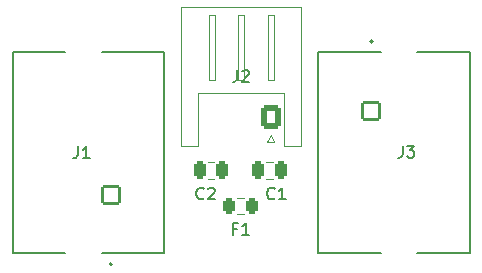
<source format=gbr>
%TF.GenerationSoftware,KiCad,Pcbnew,9.0.1*%
%TF.CreationDate,2026-01-21T10:43:00-08:00*%
%TF.ProjectId,temp_node,74656d70-5f6e-46f6-9465-2e6b69636164,rev?*%
%TF.SameCoordinates,Original*%
%TF.FileFunction,Legend,Top*%
%TF.FilePolarity,Positive*%
%FSLAX46Y46*%
G04 Gerber Fmt 4.6, Leading zero omitted, Abs format (unit mm)*
G04 Created by KiCad (PCBNEW 9.0.1) date 2026-01-21 10:43:00*
%MOMM*%
%LPD*%
G01*
G04 APERTURE LIST*
G04 Aperture macros list*
%AMRoundRect*
0 Rectangle with rounded corners*
0 $1 Rounding radius*
0 $2 $3 $4 $5 $6 $7 $8 $9 X,Y pos of 4 corners*
0 Add a 4 corners polygon primitive as box body*
4,1,4,$2,$3,$4,$5,$6,$7,$8,$9,$2,$3,0*
0 Add four circle primitives for the rounded corners*
1,1,$1+$1,$2,$3*
1,1,$1+$1,$4,$5*
1,1,$1+$1,$6,$7*
1,1,$1+$1,$8,$9*
0 Add four rect primitives between the rounded corners*
20,1,$1+$1,$2,$3,$4,$5,0*
20,1,$1+$1,$4,$5,$6,$7,0*
20,1,$1+$1,$6,$7,$8,$9,0*
20,1,$1+$1,$8,$9,$2,$3,0*%
G04 Aperture macros list end*
%ADD10C,0.150000*%
%ADD11C,0.200000*%
%ADD12C,0.120000*%
%ADD13C,2.360000*%
%ADD14RoundRect,0.102000X-0.704000X0.704000X-0.704000X-0.704000X0.704000X-0.704000X0.704000X0.704000X0*%
%ADD15C,1.612000*%
%ADD16C,2.200000*%
%ADD17RoundRect,0.250000X0.600000X0.725000X-0.600000X0.725000X-0.600000X-0.725000X0.600000X-0.725000X0*%
%ADD18O,1.700000X1.950000*%
%ADD19RoundRect,0.243750X-0.243750X-0.456250X0.243750X-0.456250X0.243750X0.456250X-0.243750X0.456250X0*%
%ADD20RoundRect,0.102000X0.704000X-0.704000X0.704000X0.704000X-0.704000X0.704000X-0.704000X-0.704000X0*%
%ADD21RoundRect,0.250000X-0.250000X-0.475000X0.250000X-0.475000X0.250000X0.475000X-0.250000X0.475000X0*%
G04 APERTURE END LIST*
D10*
X66666666Y-87954819D02*
X66666666Y-88669104D01*
X66666666Y-88669104D02*
X66619047Y-88811961D01*
X66619047Y-88811961D02*
X66523809Y-88907200D01*
X66523809Y-88907200D02*
X66380952Y-88954819D01*
X66380952Y-88954819D02*
X66285714Y-88954819D01*
X67666666Y-88954819D02*
X67095238Y-88954819D01*
X67380952Y-88954819D02*
X67380952Y-87954819D01*
X67380952Y-87954819D02*
X67285714Y-88097676D01*
X67285714Y-88097676D02*
X67190476Y-88192914D01*
X67190476Y-88192914D02*
X67095238Y-88240533D01*
X80166666Y-81504819D02*
X80166666Y-82219104D01*
X80166666Y-82219104D02*
X80119047Y-82361961D01*
X80119047Y-82361961D02*
X80023809Y-82457200D01*
X80023809Y-82457200D02*
X79880952Y-82504819D01*
X79880952Y-82504819D02*
X79785714Y-82504819D01*
X80595238Y-81600057D02*
X80642857Y-81552438D01*
X80642857Y-81552438D02*
X80738095Y-81504819D01*
X80738095Y-81504819D02*
X80976190Y-81504819D01*
X80976190Y-81504819D02*
X81071428Y-81552438D01*
X81071428Y-81552438D02*
X81119047Y-81600057D01*
X81119047Y-81600057D02*
X81166666Y-81695295D01*
X81166666Y-81695295D02*
X81166666Y-81790533D01*
X81166666Y-81790533D02*
X81119047Y-81933390D01*
X81119047Y-81933390D02*
X80547619Y-82504819D01*
X80547619Y-82504819D02*
X81166666Y-82504819D01*
X80116666Y-94931009D02*
X79783333Y-94931009D01*
X79783333Y-95454819D02*
X79783333Y-94454819D01*
X79783333Y-94454819D02*
X80259523Y-94454819D01*
X81164285Y-95454819D02*
X80592857Y-95454819D01*
X80878571Y-95454819D02*
X80878571Y-94454819D01*
X80878571Y-94454819D02*
X80783333Y-94597676D01*
X80783333Y-94597676D02*
X80688095Y-94692914D01*
X80688095Y-94692914D02*
X80592857Y-94740533D01*
X94166666Y-87904819D02*
X94166666Y-88619104D01*
X94166666Y-88619104D02*
X94119047Y-88761961D01*
X94119047Y-88761961D02*
X94023809Y-88857200D01*
X94023809Y-88857200D02*
X93880952Y-88904819D01*
X93880952Y-88904819D02*
X93785714Y-88904819D01*
X94547619Y-87904819D02*
X95166666Y-87904819D01*
X95166666Y-87904819D02*
X94833333Y-88285771D01*
X94833333Y-88285771D02*
X94976190Y-88285771D01*
X94976190Y-88285771D02*
X95071428Y-88333390D01*
X95071428Y-88333390D02*
X95119047Y-88381009D01*
X95119047Y-88381009D02*
X95166666Y-88476247D01*
X95166666Y-88476247D02*
X95166666Y-88714342D01*
X95166666Y-88714342D02*
X95119047Y-88809580D01*
X95119047Y-88809580D02*
X95071428Y-88857200D01*
X95071428Y-88857200D02*
X94976190Y-88904819D01*
X94976190Y-88904819D02*
X94690476Y-88904819D01*
X94690476Y-88904819D02*
X94595238Y-88857200D01*
X94595238Y-88857200D02*
X94547619Y-88809580D01*
X77333333Y-92359580D02*
X77285714Y-92407200D01*
X77285714Y-92407200D02*
X77142857Y-92454819D01*
X77142857Y-92454819D02*
X77047619Y-92454819D01*
X77047619Y-92454819D02*
X76904762Y-92407200D01*
X76904762Y-92407200D02*
X76809524Y-92311961D01*
X76809524Y-92311961D02*
X76761905Y-92216723D01*
X76761905Y-92216723D02*
X76714286Y-92026247D01*
X76714286Y-92026247D02*
X76714286Y-91883390D01*
X76714286Y-91883390D02*
X76761905Y-91692914D01*
X76761905Y-91692914D02*
X76809524Y-91597676D01*
X76809524Y-91597676D02*
X76904762Y-91502438D01*
X76904762Y-91502438D02*
X77047619Y-91454819D01*
X77047619Y-91454819D02*
X77142857Y-91454819D01*
X77142857Y-91454819D02*
X77285714Y-91502438D01*
X77285714Y-91502438D02*
X77333333Y-91550057D01*
X77714286Y-91550057D02*
X77761905Y-91502438D01*
X77761905Y-91502438D02*
X77857143Y-91454819D01*
X77857143Y-91454819D02*
X78095238Y-91454819D01*
X78095238Y-91454819D02*
X78190476Y-91502438D01*
X78190476Y-91502438D02*
X78238095Y-91550057D01*
X78238095Y-91550057D02*
X78285714Y-91645295D01*
X78285714Y-91645295D02*
X78285714Y-91740533D01*
X78285714Y-91740533D02*
X78238095Y-91883390D01*
X78238095Y-91883390D02*
X77666667Y-92454819D01*
X77666667Y-92454819D02*
X78285714Y-92454819D01*
X83333333Y-92359580D02*
X83285714Y-92407200D01*
X83285714Y-92407200D02*
X83142857Y-92454819D01*
X83142857Y-92454819D02*
X83047619Y-92454819D01*
X83047619Y-92454819D02*
X82904762Y-92407200D01*
X82904762Y-92407200D02*
X82809524Y-92311961D01*
X82809524Y-92311961D02*
X82761905Y-92216723D01*
X82761905Y-92216723D02*
X82714286Y-92026247D01*
X82714286Y-92026247D02*
X82714286Y-91883390D01*
X82714286Y-91883390D02*
X82761905Y-91692914D01*
X82761905Y-91692914D02*
X82809524Y-91597676D01*
X82809524Y-91597676D02*
X82904762Y-91502438D01*
X82904762Y-91502438D02*
X83047619Y-91454819D01*
X83047619Y-91454819D02*
X83142857Y-91454819D01*
X83142857Y-91454819D02*
X83285714Y-91502438D01*
X83285714Y-91502438D02*
X83333333Y-91550057D01*
X84285714Y-92454819D02*
X83714286Y-92454819D01*
X84000000Y-92454819D02*
X84000000Y-91454819D01*
X84000000Y-91454819D02*
X83904762Y-91597676D01*
X83904762Y-91597676D02*
X83809524Y-91692914D01*
X83809524Y-91692914D02*
X83714286Y-91740533D01*
D11*
%TO.C,J1*%
X61160000Y-80000000D02*
X61160000Y-97000000D01*
X65630000Y-80000000D02*
X61160000Y-80000000D01*
X65630000Y-97000000D02*
X61160000Y-97000000D01*
X74010000Y-80000000D02*
X68690000Y-80000000D01*
X74010000Y-80000000D02*
X74010000Y-97000000D01*
X74010000Y-97000000D02*
X68690000Y-97000000D01*
X69560000Y-97930000D02*
G75*
G02*
X69360000Y-97930000I-100000J0D01*
G01*
X69360000Y-97930000D02*
G75*
G02*
X69560000Y-97930000I100000J0D01*
G01*
D12*
%TO.C,J2*%
X75440000Y-76190000D02*
X75440000Y-87910000D01*
X75440000Y-87910000D02*
X76860000Y-87910000D01*
X76860000Y-83410000D02*
X80500000Y-83410000D01*
X76860000Y-87910000D02*
X76860000Y-83410000D01*
X77750000Y-76800000D02*
X77750000Y-82300000D01*
X77750000Y-82300000D02*
X78250000Y-82300000D01*
X78250000Y-76800000D02*
X77750000Y-76800000D01*
X78250000Y-82300000D02*
X78250000Y-76800000D01*
X80250000Y-76800000D02*
X80250000Y-82300000D01*
X80250000Y-82300000D02*
X80750000Y-82300000D01*
X80500000Y-76190000D02*
X75440000Y-76190000D01*
X80500000Y-76190000D02*
X85560000Y-76190000D01*
X80750000Y-76800000D02*
X80250000Y-76800000D01*
X80750000Y-82300000D02*
X80750000Y-76800000D01*
X82700000Y-87600000D02*
X83000000Y-87000000D01*
X82750000Y-76800000D02*
X82750000Y-82300000D01*
X82750000Y-82300000D02*
X83250000Y-82300000D01*
X83000000Y-87000000D02*
X83300000Y-87600000D01*
X83250000Y-76800000D02*
X82750000Y-76800000D01*
X83250000Y-82300000D02*
X83250000Y-76800000D01*
X83300000Y-87600000D02*
X82700000Y-87600000D01*
X84140000Y-83410000D02*
X80500000Y-83410000D01*
X84140000Y-87910000D02*
X84140000Y-83410000D01*
X85560000Y-76190000D02*
X85560000Y-87910000D01*
X85560000Y-87910000D02*
X84140000Y-87910000D01*
%TO.C,F1*%
X80191422Y-92290000D02*
X80708578Y-92290000D01*
X80191422Y-93710000D02*
X80708578Y-93710000D01*
D11*
%TO.C,J3*%
X86990000Y-80000000D02*
X92310000Y-80000000D01*
X86990000Y-97000000D02*
X86990000Y-80000000D01*
X86990000Y-97000000D02*
X92310000Y-97000000D01*
X95370000Y-80000000D02*
X99840000Y-80000000D01*
X95370000Y-97000000D02*
X99840000Y-97000000D01*
X99840000Y-97000000D02*
X99840000Y-80000000D01*
X91640000Y-79070000D02*
G75*
G02*
X91440000Y-79070000I-100000J0D01*
G01*
X91440000Y-79070000D02*
G75*
G02*
X91640000Y-79070000I100000J0D01*
G01*
D12*
%TO.C,C2*%
X77688748Y-89265000D02*
X78211252Y-89265000D01*
X77688748Y-90735000D02*
X78211252Y-90735000D01*
%TO.C,C1*%
X82638748Y-89265000D02*
X83161252Y-89265000D01*
X82638748Y-90735000D02*
X83161252Y-90735000D01*
%TD*%
%LPC*%
D13*
%TO.C,J1*%
X67160000Y-81000000D03*
X67160000Y-96000000D03*
D14*
X69460000Y-92070000D03*
D15*
X72000000Y-91050000D03*
X69460000Y-90030000D03*
X72000000Y-89010000D03*
X69460000Y-87990000D03*
X72000000Y-86970000D03*
X69460000Y-85950000D03*
X72000000Y-84930000D03*
%TD*%
D16*
%TO.C,H0*%
X84000000Y-96500000D03*
%TD*%
%TO.C,H1*%
X77000000Y-96500000D03*
%TD*%
D17*
%TO.C,J2*%
X83000000Y-85500000D03*
D18*
X80500000Y-85500000D03*
X78000000Y-85500000D03*
%TD*%
D19*
%TO.C,F1*%
X79512500Y-93000000D03*
X81387500Y-93000000D03*
%TD*%
D13*
%TO.C,J3*%
X93840000Y-96000000D03*
X93840000Y-81000000D03*
D20*
X91540000Y-84930000D03*
D15*
X89000000Y-85950000D03*
X91540000Y-86970000D03*
X89000000Y-87990000D03*
X91540000Y-89010000D03*
X89000000Y-90030000D03*
X91540000Y-91050000D03*
X89000000Y-92070000D03*
%TD*%
D21*
%TO.C,C2*%
X77000000Y-90000000D03*
X78900000Y-90000000D03*
%TD*%
%TO.C,C1*%
X81950000Y-90000000D03*
X83850000Y-90000000D03*
%TD*%
%LPD*%
M02*

</source>
